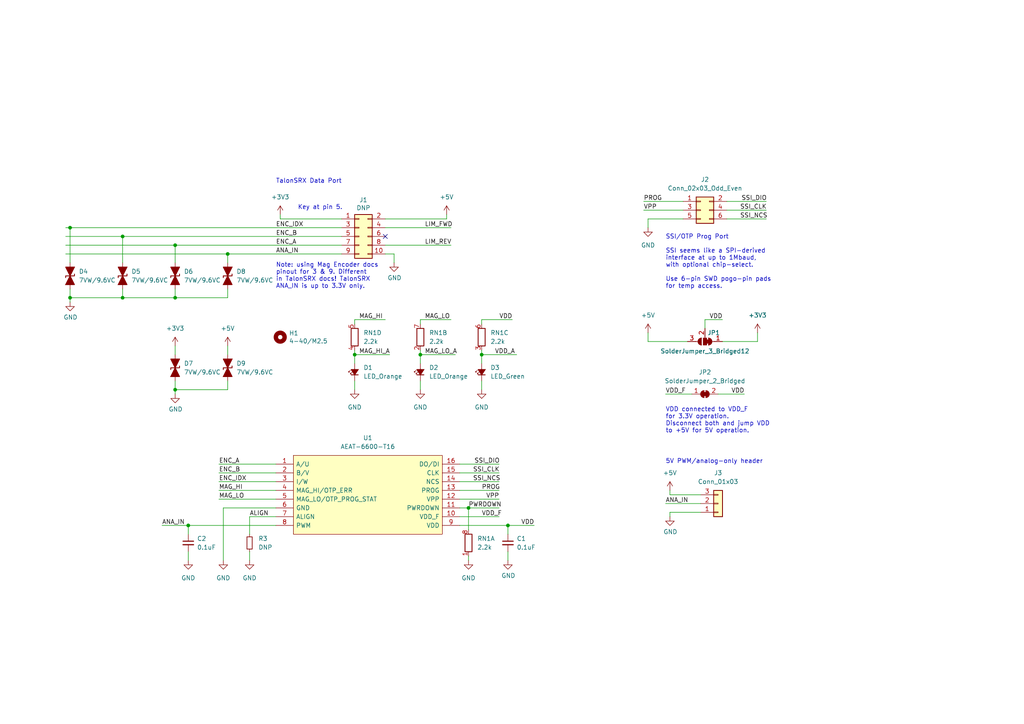
<source format=kicad_sch>
(kicad_sch (version 20211123) (generator eeschema)
  (paper "A4")
  (lib_symbols
    (symbol "Connector_Generic:Conn_01x03" (pin_names (offset 1.016) hide)
      (property "Reference" "J" (at 0 5.08 0))
      (property "Value" "Conn_01x03" (at 0 -5.08 0))
      (symbol "Conn_01x03_1_1"
        (rectangle (start -1.27 -2.413) (end 0 -2.667) (stroke (width 0.1524)))
        (rectangle (start -1.27 0.127) (end 0 -0.127) (stroke (width 0.1524)))
        (rectangle (start -1.27 2.667) (end 0 2.413) (stroke (width 0.1524)))
        (rectangle (start -1.27 3.81) (end 1.27 -3.81) (stroke (width 0.254)) (fill (type background)))
        (pin passive line (at -5.08 2.54 0) (length 3.81) (name "Pin_1") (number "1"))
        (pin passive line (at -5.08 0 0) (length 3.81) (name "Pin_2") (number "2"))
        (pin passive line (at -5.08 -2.54 0) (length 3.81) (name "Pin_3") (number "3"))
      )
    )
    (symbol "Connector_Generic:Conn_02x03_Odd_Even" (pin_names (offset 1.016) hide)
      (property "Reference" "J" (at 1.27 5.08 0))
      (property "Value" "Conn_02x03_Odd_Even" (at 1.27 -5.08 0))
      (symbol "Conn_02x03_Odd_Even_1_1"
        (rectangle (start -1.27 -2.413) (end 0 -2.667) (stroke (width 0.1524)))
        (rectangle (start -1.27 0.127) (end 0 -0.127) (stroke (width 0.1524)))
        (rectangle (start -1.27 2.667) (end 0 2.413) (stroke (width 0.1524)))
        (rectangle (start -1.27 3.81) (end 3.81 -3.81) (stroke (width 0.254)) (fill (type background)))
        (rectangle (start 3.81 -2.413) (end 2.54 -2.667) (stroke (width 0.1524)))
        (rectangle (start 3.81 0.127) (end 2.54 -0.127) (stroke (width 0.1524)))
        (rectangle (start 3.81 2.667) (end 2.54 2.413) (stroke (width 0.1524)))
        (pin passive line (at -5.08 2.54 0) (length 3.81) (name "Pin_1") (number "1"))
        (pin passive line (at 7.62 2.54 180) (length 3.81) (name "Pin_2") (number "2"))
        (pin passive line (at -5.08 0 0) (length 3.81) (name "Pin_3") (number "3"))
        (pin passive line (at 7.62 0 180) (length 3.81) (name "Pin_4") (number "4"))
        (pin passive line (at -5.08 -2.54 0) (length 3.81) (name "Pin_5") (number "5"))
        (pin passive line (at 7.62 -2.54 180) (length 3.81) (name "Pin_6") (number "6"))
      )
    )
    (symbol "Connector_Generic:Conn_02x05_Odd_Even" (pin_names (offset 1.016) hide)
      (property "Reference" "J" (at 1.27 7.62 0))
      (property "Value" "Conn_02x05_Odd_Even" (at 1.27 -7.62 0))
      (symbol "Conn_02x05_Odd_Even_1_1"
        (rectangle (start -1.27 -4.953) (end 0 -5.207) (stroke (width 0.1524)))
        (rectangle (start -1.27 -2.413) (end 0 -2.667) (stroke (width 0.1524)))
        (rectangle (start -1.27 0.127) (end 0 -0.127) (stroke (width 0.1524)))
        (rectangle (start -1.27 2.667) (end 0 2.413) (stroke (width 0.1524)))
        (rectangle (start -1.27 5.207) (end 0 4.953) (stroke (width 0.1524)))
        (rectangle (start -1.27 6.35) (end 3.81 -6.35) (stroke (width 0.254)) (fill (type background)))
        (rectangle (start 3.81 -4.953) (end 2.54 -5.207) (stroke (width 0.1524)))
        (rectangle (start 3.81 -2.413) (end 2.54 -2.667) (stroke (width 0.1524)))
        (rectangle (start 3.81 0.127) (end 2.54 -0.127) (stroke (width 0.1524)))
        (rectangle (start 3.81 2.667) (end 2.54 2.413) (stroke (width 0.1524)))
        (rectangle (start 3.81 5.207) (end 2.54 4.953) (stroke (width 0.1524)))
        (pin passive line (at -5.08 5.08 0) (length 3.81) (name "Pin_1") (number "1"))
        (pin passive line (at 7.62 -5.08 180) (length 3.81) (name "Pin_10") (number "10"))
        (pin passive line (at 7.62 5.08 180) (length 3.81) (name "Pin_2") (number "2"))
        (pin passive line (at -5.08 2.54 0) (length 3.81) (name "Pin_3") (number "3"))
        (pin passive line (at 7.62 2.54 180) (length 3.81) (name "Pin_4") (number "4"))
        (pin passive line (at -5.08 0 0) (length 3.81) (name "Pin_5") (number "5"))
        (pin passive line (at 7.62 0 180) (length 3.81) (name "Pin_6") (number "6"))
        (pin passive line (at -5.08 -2.54 0) (length 3.81) (name "Pin_7") (number "7"))
        (pin passive line (at 7.62 -2.54 180) (length 3.81) (name "Pin_8") (number "8"))
        (pin passive line (at -5.08 -5.08 0) (length 3.81) (name "Pin_9") (number "9"))
      )
    )
    (symbol "Device:C_Small" (pin_numbers hide) (pin_names (offset 0.254) hide)
      (property "Reference" "C" (at 0.254 1.778 0))
      (property "Value" "C_Small" (at 0.254 -2.032 0))
      (symbol "C_Small_0_1"
        (polyline (pts (xy -1.524 -0.508) (xy 1.524 -0.508)) (stroke (width 0.3302)))
        (polyline (pts (xy -1.524 0.508) (xy 1.524 0.508)) (stroke (width 0.3048)))
      )
      (symbol "C_Small_1_1"
        (pin passive line (at 0 2.54 270) (length 2.032) (name "~") (number "1"))
        (pin passive line (at 0 -2.54 90) (length 2.032) (name "~") (number "2"))
      )
    )
    (symbol "Device:D_TVS_Filled" (pin_numbers hide) (pin_names (offset 1.016) hide)
      (property "Reference" "D" (at 0 2.54 0))
      (property "Value" "D_TVS_Filled" (at 0 -2.54 0))
      (symbol "D_TVS_Filled_0_1"
        (polyline (pts (xy 1.27 0) (xy -1.27 0)))
        (polyline (pts (xy -2.54 -1.27) (xy 0 0) (xy -2.54 1.27) (xy -2.54 -1.27)) (stroke (width 0.254)) (fill (type outline)))
        (polyline (pts (xy 0.508 1.27) (xy 0 1.27) (xy 0 -1.27) (xy -0.508 -1.27)) (stroke (width 0.254)))
        (polyline (pts (xy 2.54 1.27) (xy 2.54 -1.27) (xy 0 0) (xy 2.54 1.27)) (stroke (width 0.254)) (fill (type outline)))
      )
      (symbol "D_TVS_Filled_1_1"
        (pin passive line (at -3.81 0 0) (length 2.54) (name "A1") (number "1"))
        (pin passive line (at 3.81 0 180) (length 2.54) (name "A2") (number "2"))
      )
    )
    (symbol "Device:LED_Small_Filled" (pin_numbers hide) (pin_names (offset 0.254) hide)
      (property "Reference" "D" (at -1.27 3.175 0))
      (property "Value" "LED_Small_Filled" (at -4.445 -2.54 0))
      (symbol "LED_Small_Filled_0_1"
        (polyline (pts (xy -0.762 -1.016) (xy -0.762 1.016)) (stroke (width 0.254)))
        (polyline (pts (xy 1.016 0) (xy -0.762 0)))
        (polyline (pts (xy 0.762 -1.016) (xy -0.762 0) (xy 0.762 1.016) (xy 0.762 -1.016)) (stroke (width 0.254)) (fill (type outline)))
        (polyline (pts (xy 0 0.762) (xy -0.508 1.27) (xy -0.254 1.27) (xy -0.508 1.27) (xy -0.508 1.016)))
        (polyline (pts (xy 0.508 1.27) (xy 0 1.778) (xy 0.254 1.778) (xy 0 1.778) (xy 0 1.524)))
      )
      (symbol "LED_Small_Filled_1_1"
        (pin passive line (at -2.54 0 0) (length 1.778) (name "K") (number "1"))
        (pin passive line (at 2.54 0 180) (length 1.778) (name "A") (number "2"))
      )
    )
    (symbol "Device:R_Small" (pin_numbers hide) (pin_names (offset 0.254) hide)
      (property "Reference" "R" (at 0.762 0.508 0))
      (property "Value" "R_Small" (at 0.762 -1.016 0))
      (symbol "R_Small_0_1"
        (rectangle (start -0.762 1.778) (end 0.762 -1.778) (stroke (width 0.2032)))
      )
      (symbol "R_Small_1_1"
        (pin passive line (at 0 2.54 270) (length 0.762) (name "~") (number "1"))
        (pin passive line (at 0 -2.54 90) (length 0.762) (name "~") (number "2"))
      )
    )
    (symbol "Jumper:SolderJumper_2_Bridged" (pin_names (offset 0) hide)
      (property "Reference" "JP" (at 0 2.032 0))
      (property "Value" "SolderJumper_2_Bridged" (at 0 -2.54 0))
      (symbol "SolderJumper_2_Bridged_0_1"
        (rectangle (start -0.508 0.508) (end 0.508 -0.508) (fill (type outline)))
        (arc (start -0.254 1.016) (mid -1.27 0) (end -0.254 -1.016))
        (arc (start -0.254 1.016) (mid -1.27 0) (end -0.254 -1.016) (fill (type outline)))
        (polyline (pts (xy -0.254 1.016) (xy -0.254 -1.016)))
        (polyline (pts (xy 0.254 1.016) (xy 0.254 -1.016)))
        (arc (start 0.254 -1.016) (mid 1.27 0) (end 0.254 1.016))
        (arc (start 0.254 -1.016) (mid 1.27 0) (end 0.254 1.016) (fill (type outline)))
      )
      (symbol "SolderJumper_2_Bridged_1_1"
        (pin passive line (at -3.81 0 0) (length 2.54) (name "A") (number "1"))
        (pin passive line (at 3.81 0 180) (length 2.54) (name "B") (number "2"))
      )
    )
    (symbol "Jumper:SolderJumper_3_Bridged12" (pin_names (offset 0) hide)
      (property "Reference" "JP" (at -2.54 -2.54 0))
      (property "Value" "SolderJumper_3_Bridged12" (at 0 2.794 0))
      (symbol "SolderJumper_3_Bridged12_0_1"
        (rectangle (start -1.016 0.508) (end -0.508 -0.508) (fill (type outline)))
        (arc (start -1.016 1.016) (mid -2.032 0) (end -1.016 -1.016))
        (arc (start -1.016 1.016) (mid -2.032 0) (end -1.016 -1.016) (fill (type outline)))
        (rectangle (start -0.508 1.016) (end 0.508 -1.016) (fill (type outline)))
        (polyline (pts (xy -2.54 0) (xy -2.032 0)))
        (polyline (pts (xy -1.016 1.016) (xy -1.016 -1.016)))
        (polyline (pts (xy 0 -1.27) (xy 0 -1.016)))
        (polyline (pts (xy 1.016 1.016) (xy 1.016 -1.016)))
        (polyline (pts (xy 2.54 0) (xy 2.032 0)))
        (arc (start 1.016 -1.016) (mid 2.032 0) (end 1.016 1.016))
        (arc (start 1.016 -1.016) (mid 2.032 0) (end 1.016 1.016) (fill (type outline)))
      )
      (symbol "SolderJumper_3_Bridged12_1_1"
        (pin passive line (at -5.08 0 0) (length 2.54) (name "A") (number "1"))
        (pin passive line (at 0 -3.81 90) (length 2.54) (name "C") (number "2"))
        (pin passive line (at 5.08 0 180) (length 2.54) (name "B") (number "3"))
      )
    )
    (symbol "Mechanical:MountingHole" (pin_names (offset 1.016))
      (property "Reference" "H" (at 0 5.08 0))
      (property "Value" "MountingHole" (at 0 3.175 0))
      (symbol "MountingHole_0_1"
        (circle (center 0 0) (radius 1.27) (stroke (width 1.27)))
      )
    )
    (symbol "frc-on-ftc-hw-special:AEAT-6600-T16" (pin_names (offset 0.762))
      (property "Reference" "IC" (at 49.53 7.62 0))
      (property "Value" "AEAT-6600-T16" (at 49.53 5.08 0))
      (symbol "AEAT-6600-T16_0_0"
        (pin passive line (at 0 0 0) (length 5.08) (name "A/U") (number "1"))
        (pin passive line (at 53.34 -15.24 180) (length 5.08) (name "VDD_F") (number "10"))
        (pin passive line (at 53.34 -12.7 180) (length 5.08) (name "PWRDOWN") (number "11"))
        (pin passive line (at 53.34 -10.16 180) (length 5.08) (name "VPP") (number "12"))
        (pin passive line (at 53.34 -7.62 180) (length 5.08) (name "PROG") (number "13"))
        (pin passive line (at 53.34 -5.08 180) (length 5.08) (name "NCS") (number "14"))
        (pin passive line (at 53.34 -2.54 180) (length 5.08) (name "CLK") (number "15"))
        (pin passive line (at 53.34 0 180) (length 5.08) (name "DO/DI") (number "16"))
        (pin passive line (at 0 -2.54 0) (length 5.08) (name "B/V") (number "2"))
        (pin passive line (at 0 -5.08 0) (length 5.08) (name "I/W") (number "3"))
        (pin passive line (at 0 -7.62 0) (length 5.08) (name "MAG_HI/OTP_ERR") (number "4"))
        (pin passive line (at 0 -10.16 0) (length 5.08) (name "MAG_LO/OTP_PROG_STAT") (number "5"))
        (pin passive line (at 0 -12.7 0) (length 5.08) (name "GND") (number "6"))
        (pin passive line (at 0 -15.24 0) (length 5.08) (name "ALIGN") (number "7"))
        (pin passive line (at 0 -17.78 0) (length 5.08) (name "PWM") (number "8"))
        (pin passive line (at 53.34 -17.78 180) (length 5.08) (name "VDD") (number "9"))
      )
      (symbol "AEAT-6600-T16_0_1"
        (polyline (pts (xy 5.08 2.54) (xy 48.26 2.54) (xy 48.26 -20.32) (xy 5.08 -20.32) (xy 5.08 2.54)) (stroke (width 0.1524)) (fill (type background)))
      )
    )
    (symbol "frc-on-ftc-hw-special:R_Pack04_SMD_Split" (pin_names (offset 0) hide)
      (property "Reference" "RN" (at 2.032 0 90))
      (property "Value" "R_Pack04_SMD_Split" (at 0 0 90))
      (symbol "R_Pack04_SMD_Split_0_1"
        (rectangle (start 1.016 2.54) (end -1.016 -2.54) (stroke (width 0.254)))
      )
      (symbol "R_Pack04_SMD_Split_1_1"
        (pin passive line (at 0 -3.81 90) (length 1.27) (name "R1.1") (number "1"))
        (pin passive line (at 0 3.81 270) (length 1.27) (name "R1.2") (number "8"))
      )
      (symbol "R_Pack04_SMD_Split_2_1"
        (pin passive line (at 0 -3.81 90) (length 1.27) (name "R1.1") (number "2"))
        (pin passive line (at 0 3.81 270) (length 1.27) (name "R1.2") (number "7"))
      )
      (symbol "R_Pack04_SMD_Split_3_1"
        (pin passive line (at 0 -3.81 90) (length 1.27) (name "R1.1") (number "3"))
        (pin passive line (at 0 3.81 270) (length 1.27) (name "R1.2") (number "6"))
      )
      (symbol "R_Pack04_SMD_Split_4_1"
        (pin passive line (at 0 -3.81 90) (length 1.27) (name "R1.1") (number "4"))
        (pin passive line (at 0 3.81 270) (length 1.27) (name "R1.2") (number "5"))
      )
    )
    (symbol "power:+3V3" (power) (pin_names (offset 0))
      (property "Value" "+3V3" (at 0 3.556 0))
      (symbol "+3V3_0_1"
        (polyline (pts (xy -0.762 1.27) (xy 0 2.54)))
        (polyline (pts (xy 0 0) (xy 0 2.54)))
        (polyline (pts (xy 0 2.54) (xy 0.762 1.27)))
      )
      (symbol "+3V3_1_1"
        (pin power_in line (at 0 0 90) (length 0) hide (name "+3V3") (number "1"))
      )
    )
    (symbol "power:+5V" (power) (pin_names (offset 0))
      (property "Value" "+5V" (at 0 3.556 0))
      (symbol "+5V_0_1"
        (polyline (pts (xy -0.762 1.27) (xy 0 2.54)))
        (polyline (pts (xy 0 0) (xy 0 2.54)))
        (polyline (pts (xy 0 2.54) (xy 0.762 1.27)))
      )
      (symbol "+5V_1_1"
        (pin power_in line (at 0 0 90) (length 0) hide (name "+5V") (number "1"))
      )
    )
    (symbol "power:GND" (power) (pin_names (offset 0))
      (property "Value" "GND" (at 0 -3.81 0))
      (symbol "GND_0_1"
        (polyline (pts (xy 0 0) (xy 0 -1.27) (xy 1.27 -1.27) (xy 0 -2.54) (xy -1.27 -1.27) (xy 0 -1.27)))
      )
      (symbol "GND_1_1"
        (pin power_in line (at 0 0 270) (length 0) hide (name "GND") (number "1"))
      )
    )
  )
  (junction (at 20.32 66.04))
  (junction (at 135.89 147.32))
  (junction (at 35.56 68.58))
  (junction (at 50.8 71.12))
  (junction (at 35.56 86.36))
  (junction (at 139.7 102.87))
  (junction (at 66.04 73.66))
  (junction (at 20.32 86.36))
  (junction (at 50.8 113.03))
  (junction (at 50.8 86.36))
  (junction (at 121.92 102.87))
  (junction (at 102.87 102.87))
  (junction (at 54.61 152.4))
  (junction (at 147.32 152.4))
  (no_connect (at 111.76 68.58))
  (wire (pts (xy 147.32 160.02) (xy 147.32 162.56)))
  (wire (pts (xy 66.04 113.03) (xy 66.04 110.49)))
  (wire (pts (xy 50.8 113.03) (xy 66.04 113.03)))
  (wire (pts (xy 139.7 105.41) (xy 139.7 102.87)))
  (wire (pts (xy 63.5 139.7) (xy 80.01 139.7)))
  (wire (pts (xy 102.87 110.49) (xy 102.87 113.03)))
  (wire (pts (xy 187.96 96.52) (xy 187.96 99.06)))
  (wire (pts (xy 72.39 149.86) (xy 80.01 149.86)))
  (wire (pts (xy 19.05 68.58) (xy 35.56 68.58)))
  (wire (pts (xy 194.31 148.59) (xy 203.2 148.59)))
  (wire (pts (xy 20.32 66.04) (xy 99.06 66.04)))
  (wire (pts (xy 64.77 162.56) (xy 64.77 147.32)))
  (wire (pts (xy 147.32 152.4) (xy 147.32 154.94)))
  (wire (pts (xy 46.99 152.4) (xy 54.61 152.4)))
  (wire (pts (xy 209.55 99.06) (xy 219.71 99.06)))
  (wire (pts (xy 139.7 110.49) (xy 139.7 113.03)))
  (wire (pts (xy 187.96 66.04) (xy 187.96 63.5)))
  (wire (pts (xy 194.31 142.24) (xy 194.31 143.51)))
  (wire (pts (xy 19.05 73.66) (xy 66.04 73.66)))
  (wire (pts (xy 111.76 71.12) (xy 130.81 71.12)))
  (wire (pts (xy 50.8 86.36) (xy 66.04 86.36)))
  (wire (pts (xy 133.35 149.86) (xy 144.78 149.86)))
  (wire (pts (xy 63.5 137.16) (xy 80.01 137.16)))
  (wire (pts (xy 121.92 92.71) (xy 130.81 92.71)))
  (wire (pts (xy 102.87 101.6) (xy 102.87 102.87)))
  (wire (pts (xy 35.56 68.58) (xy 99.06 68.58)))
  (wire (pts (xy 50.8 71.12) (xy 99.06 71.12)))
  (wire (pts (xy 204.47 92.71) (xy 209.55 92.71)))
  (wire (pts (xy 129.54 62.23) (xy 129.54 63.5)))
  (wire (pts (xy 66.04 73.66) (xy 66.04 76.2)))
  (wire (pts (xy 66.04 86.36) (xy 66.04 83.82)))
  (wire (pts (xy 20.32 66.04) (xy 20.32 76.2)))
  (wire (pts (xy 210.82 58.42) (xy 222.25 58.42)))
  (wire (pts (xy 102.87 105.41) (xy 102.87 102.87)))
  (wire (pts (xy 50.8 110.49) (xy 50.8 113.03)))
  (wire (pts (xy 133.35 137.16) (xy 144.78 137.16)))
  (wire (pts (xy 35.56 76.2) (xy 35.56 68.58)))
  (wire (pts (xy 121.92 105.41) (xy 121.92 102.87)))
  (wire (pts (xy 194.31 149.86) (xy 194.31 148.59)))
  (wire (pts (xy 99.06 63.5) (xy 81.28 63.5)))
  (wire (pts (xy 186.69 58.42) (xy 198.12 58.42)))
  (wire (pts (xy 102.87 102.87) (xy 113.03 102.87)))
  (wire (pts (xy 121.92 101.6) (xy 121.92 102.87)))
  (wire (pts (xy 133.35 134.62) (xy 144.78 134.62)))
  (wire (pts (xy 135.89 161.29) (xy 135.89 162.56)))
  (wire (pts (xy 215.9 114.3) (xy 208.28 114.3)))
  (wire (pts (xy 219.71 99.06) (xy 219.71 96.52)))
  (wire (pts (xy 139.7 92.71) (xy 148.59 92.71)))
  (wire (pts (xy 50.8 100.33) (xy 50.8 102.87)))
  (wire (pts (xy 147.32 152.4) (xy 154.94 152.4)))
  (wire (pts (xy 63.5 134.62) (xy 80.01 134.62)))
  (wire (pts (xy 194.31 143.51) (xy 203.2 143.51)))
  (wire (pts (xy 72.39 154.94) (xy 72.39 149.86)))
  (wire (pts (xy 121.92 102.87) (xy 132.08 102.87)))
  (wire (pts (xy 139.7 102.87) (xy 149.86 102.87)))
  (wire (pts (xy 63.5 144.78) (xy 80.01 144.78)))
  (wire (pts (xy 133.35 139.7) (xy 144.78 139.7)))
  (wire (pts (xy 54.61 160.02) (xy 54.61 162.56)))
  (wire (pts (xy 81.28 62.23) (xy 81.28 63.5)))
  (wire (pts (xy 50.8 76.2) (xy 50.8 71.12)))
  (wire (pts (xy 135.89 153.67) (xy 135.89 147.32)))
  (wire (pts (xy 210.82 63.5) (xy 222.25 63.5)))
  (wire (pts (xy 139.7 92.71) (xy 139.7 93.98)))
  (wire (pts (xy 35.56 86.36) (xy 50.8 86.36)))
  (wire (pts (xy 187.96 63.5) (xy 198.12 63.5)))
  (wire (pts (xy 19.05 66.04) (xy 20.32 66.04)))
  (wire (pts (xy 50.8 113.03) (xy 50.8 114.3)))
  (wire (pts (xy 139.7 101.6) (xy 139.7 102.87)))
  (wire (pts (xy 66.04 100.33) (xy 66.04 102.87)))
  (wire (pts (xy 63.5 142.24) (xy 80.01 142.24)))
  (wire (pts (xy 35.56 86.36) (xy 35.56 83.82)))
  (wire (pts (xy 102.87 92.71) (xy 111.76 92.71)))
  (wire (pts (xy 102.87 92.71) (xy 102.87 93.98)))
  (wire (pts (xy 50.8 86.36) (xy 50.8 83.82)))
  (wire (pts (xy 114.3 76.2) (xy 114.3 73.66)))
  (wire (pts (xy 64.77 147.32) (xy 80.01 147.32)))
  (wire (pts (xy 111.76 66.04) (xy 130.81 66.04)))
  (wire (pts (xy 72.39 160.02) (xy 72.39 162.56)))
  (wire (pts (xy 20.32 86.36) (xy 20.32 87.63)))
  (wire (pts (xy 121.92 110.49) (xy 121.92 113.03)))
  (wire (pts (xy 20.32 86.36) (xy 35.56 86.36)))
  (wire (pts (xy 111.76 73.66) (xy 114.3 73.66)))
  (wire (pts (xy 135.89 147.32) (xy 144.78 147.32)))
  (wire (pts (xy 186.69 60.96) (xy 198.12 60.96)))
  (wire (pts (xy 19.05 71.12) (xy 50.8 71.12)))
  (wire (pts (xy 187.96 99.06) (xy 199.39 99.06)))
  (wire (pts (xy 111.76 63.5) (xy 129.54 63.5)))
  (wire (pts (xy 193.04 146.05) (xy 203.2 146.05)))
  (wire (pts (xy 133.35 142.24) (xy 144.78 142.24)))
  (wire (pts (xy 133.35 144.78) (xy 144.78 144.78)))
  (wire (pts (xy 133.35 152.4) (xy 147.32 152.4)))
  (wire (pts (xy 20.32 83.82) (xy 20.32 86.36)))
  (wire (pts (xy 54.61 152.4) (xy 80.01 152.4)))
  (wire (pts (xy 121.92 92.71) (xy 121.92 93.98)))
  (wire (pts (xy 66.04 73.66) (xy 99.06 73.66)))
  (wire (pts (xy 133.35 147.32) (xy 135.89 147.32)))
  (wire (pts (xy 193.04 114.3) (xy 200.66 114.3)))
  (wire (pts (xy 54.61 152.4) (xy 54.61 154.94)))
  (wire (pts (xy 204.47 95.25) (xy 204.47 92.71)))
  (wire (pts (xy 210.82 60.96) (xy 222.25 60.96)))
  (text "5V PWM/analog-only header" (at 193.04 134.62 0) (effects (font (size 1.27 1.27)) (justify left bottom)))
  (text "SSI/OTP Prog Port\n\nSSI seems like a SPI-derived\ninterface at up to 1Mbaud,\nwith optional chip-select.\n\nUse 6-pin SWD pogo-pin pads\nfor temp access." (at 193.04 83.82 0) (effects (font (size 1.27 1.27)) (justify left bottom)))
  (text "Key at pin 5." (at 86.36 60.96 0) (effects (font (size 1.27 1.27)) (justify left bottom)))
  (text "TalonSRX Data Port" (at 80.01 53.34 0) (effects (font (size 1.27 1.27)) (justify left bottom)))
  (text "VDD connected to VDD_F\nfor 3.3V operation.\nDisconnect both and jump VDD\nto +5V for 5V operation." (at 193.04 125.73 0) (effects (font (size 1.27 1.27)) (justify left bottom)))
  (text "Note: using Mag Encoder docs\npinout for 3 & 9. Different\nin TalonSRX docs! TalonSRX\nANA_IN is up to 3.3V only." (at 80.01 83.82 0) (effects (font (size 1.27 1.27)) (justify left bottom)))
  (label "MAG_HI" (at 104.14 92.71 0))
  (label "ENC_A" (at 63.5 134.62 0))
  (label "VDD" (at 212.09 114.3 0))
  (label "VDD" (at 144.78 92.71 0))
  (label "PWRDOWN" (at 135.89 147.32 0))
  (label "PROG" (at 186.69 58.42 0))
  (label "ENC_B" (at 63.5 137.16 0))
  (label "SSI_CLK" (at 137.16 137.16 0))
  (label "SSI_DIO" (at 215.0247 58.42 0))
  (label "ENC_IDX" (at 80.01 66.04 0))
  (label "LIM_FWD" (at 123.19 66.04 0))
  (label "VDD" (at 151.13 152.4 0))
  (label "VDD_A" (at 143.51 102.87 0))
  (label "MAG_LO" (at 123.19 92.71 0))
  (label "ANA_IN" (at 46.99 152.4 0))
  (label "SSI_NCS" (at 214.63 63.5 0))
  (label "ENC_A" (at 80.01 71.12 0))
  (label "MAG_LO_A" (at 123.19 102.87 0))
  (label "ENC_B" (at 80.01 68.58 0))
  (label "SSI_DIO" (at 137.5547 134.62 0))
  (label "VDD_F" (at 193.04 114.3 0))
  (label "VPP" (at 186.69 60.96 0))
  (label "VDD_F" (at 139.7 149.86 0))
  (label "MAG_LO" (at 63.5 144.78 0))
  (label "MAG_HI" (at 63.5 142.24 0))
  (label "ALIGN" (at 72.39 149.86 0))
  (label "SSI_CLK" (at 214.63 60.96 0))
  (label "ENC_IDX" (at 63.5 139.7 0))
  (label "ANA_IN" (at 193.04 146.05 0))
  (label "ANA_IN" (at 80.01 73.66 0))
  (label "VPP" (at 140.97 144.78 0))
  (label "SSI_NCS" (at 137.16 139.7 0))
  (label "MAG_HI_A" (at 104.14 102.87 0))
  (label "VDD" (at 205.74 92.71 0))
  (label "LIM_REV" (at 123.19 71.12 0))
  (label "PROG" (at 139.7 142.24 0))
  (symbol (lib_id "Connector_Generic:Conn_02x05_Odd_Even") (at 104.14 68.58 0) (unit 1)
    (property "Reference" "J1" (at 105.41 57.9882 0))
    (property "Value" "DNP" (at 105.41 60.2996 0))
    (property "Footprint" "Connector_PinHeader_1.27mm:PinHeader_2x05_P1.27mm_Vertical" (effects hide))
    (property "Mfg" "CNC Tech" (effects hide))
    (property "Mfg PN" "3221-10-0100-00" (effects hide))
  )
  (symbol (lib_id "power:GND") (at 114.3 76.2 0) (unit 1)
    (property "Reference" "#PWR0101" (effects hide))
    (property "Value" "GND" (at 114.427 80.5942 0))
  )
  (symbol (lib_id "Mechanical:MountingHole") (at 81.28 97.79 0) (unit 1)
    (property "Reference" "H1" (at 83.82 96.6216 0) (effects (justify left)))
    (property "Value" "4-40/M2.5" (at 83.82 98.933 0) (effects (justify left)))
    (property "Footprint" "MountingHole:MountingHole_2.7mm_M2.5" (effects hide))
  )
  (symbol (lib_id "Device:LED_Small_Filled") (at 102.87 107.95 90) (unit 1)
    (property "Reference" "D1" (at 105.41 106.6164 90) (effects (justify right)))
    (property "Value" "LED_Orange" (at 105.41 109.1564 90) (effects (justify right)))
    (property "Footprint" "frc-on-ftc-hw-special:LED_0603_1608Metric_FromBehind" (effects hide))
  )
  (symbol (lib_id "power:+5V") (at 187.96 96.52 0) (unit 1)
    (property "Reference" "#PWR011" (effects hide))
    (property "Value" "+5V" (at 187.96 91.44 0))
  )
  (symbol (lib_id "power:GND") (at 102.87 113.03 0) (unit 1)
    (property "Reference" "#PWR04" (effects hide))
    (property "Value" "GND" (at 102.87 118.11 0))
  )
  (symbol (lib_id "Device:R_Small") (at 72.39 157.48 0) (unit 1)
    (property "Reference" "R3" (at 74.93 156.2099 0) (effects (justify left)))
    (property "Value" "DNP" (at 74.93 158.7499 0) (effects (justify left)))
    (property "Footprint" "Resistor_SMD:R_0805_2012Metric" (effects hide))
  )
  (symbol (lib_id "power:+3V3") (at 219.71 96.52 0) (unit 1)
    (property "Reference" "#PWR014" (effects hide))
    (property "Value" "+3V3" (at 219.71 91.44 0))
  )
  (symbol (lib_id "power:+3V3") (at 50.8 100.33 0) (unit 1)
    (property "Reference" "#PWR0104" (effects hide))
    (property "Value" "+3V3" (at 50.8 95.25 0))
  )
  (symbol (lib_id "Device:LED_Small_Filled") (at 139.7 107.95 90) (unit 1)
    (property "Reference" "D3" (at 142.24 106.6164 90) (effects (justify right)))
    (property "Value" "LED_Green" (at 142.24 109.1564 90) (effects (justify right)))
    (property "Footprint" "frc-on-ftc-hw-special:LED_0603_1608Metric_FromBehind" (effects hide))
  )
  (symbol (lib_id "power:GND") (at 72.39 162.56 0) (unit 1)
    (property "Reference" "#PWR02" (effects hide))
    (property "Value" "GND" (at 72.39 167.64 0))
  )
  (symbol (lib_id "power:GND") (at 54.61 162.56 0) (unit 1)
    (property "Reference" "#PWR0102" (effects hide))
    (property "Value" "GND" (at 54.61 167.64 0))
  )
  (symbol (lib_id "Device:D_TVS_Filled") (at 66.04 80.01 90) (mirror x) (unit 1)
    (property "Reference" "D8" (at 68.58 78.7399 90) (effects (justify right)))
    (property "Value" "7VW/9.6VC" (at 68.58 81.2799 90) (effects (justify right)))
    (property "Footprint" "Diode_SMD:D_0402_1005Metric_Pad0.77x0.64mm_HandSolder" (effects hide))
    (property "Mfg" "Nexperia" (effects hide))
    (property "Mfg PN" "PESD7V0L1BSLAZ" (effects hide))
    (property "Mfg 2" "Littelfuse" (effects hide))
    (property "Mfg 2 PN" "SP0402B-ELC-01ETG" (effects hide))
  )
  (symbol (lib_id "power:GND") (at 187.96 66.04 0) (unit 1)
    (property "Reference" "#PWR010" (effects hide))
    (property "Value" "GND" (at 187.96 71.12 0))
  )
  (symbol (lib_id "power:+5V") (at 66.04 100.33 0) (unit 1)
    (property "Reference" "#PWR0105" (effects hide))
    (property "Value" "+5V" (at 66.04 95.25 0))
  )
  (symbol (lib_id "frc-on-ftc-hw-special:R_Pack04_SMD_Split") (at 135.89 157.48 0) (unit 1)
    (property "Reference" "RN1" (at 138.43 156.2099 0) (effects (justify left)))
    (property "Value" "2.2k" (at 138.43 158.7499 0) (effects (justify left)))
    (property "Footprint" "Resistor_SMD:R_Array_Convex_4x0603" (effects hide))
    (property "Datasheet" "http://www.vishay.com/docs/31509/csc.pdf" (effects hide))
    (property "Mfg" "Yageo" (effects hide))
    (property "Mfg PN" "YC164-JR-072K2L" (effects hide))
  )
  (symbol (lib_id "power:GND") (at 20.32 87.63 0) (unit 1)
    (property "Reference" "#PWR0103" (effects hide))
    (property "Value" "GND" (at 20.447 92.0242 0))
  )
  (symbol (lib_id "power:+3V3") (at 81.28 62.23 0) (unit 1)
    (property "Reference" "#PWR03" (effects hide))
    (property "Value" "+3V3" (at 81.28 57.15 0))
  )
  (symbol (lib_id "frc-on-ftc-hw-special:R_Pack04_SMD_Split") (at 139.7 97.79 0) (unit 3)
    (property "Reference" "RN1" (at 142.24 96.5199 0) (effects (justify left)))
    (property "Value" "2.2k" (at 142.24 99.0599 0) (effects (justify left)))
    (property "Footprint" "Resistor_SMD:R_Array_Convex_4x0603" (effects hide))
    (property "Datasheet" "http://www.vishay.com/docs/31509/csc.pdf" (effects hide))
    (property "Mfg" "Yageo" (effects hide))
    (property "Mfg PN" "YC164-JR-072K2L" (effects hide))
  )
  (symbol (lib_id "power:GND") (at 194.31 149.86 0) (unit 1)
    (property "Reference" "#PWR013" (effects hide))
    (property "Value" "GND" (at 194.437 154.2542 0))
  )
  (symbol (lib_id "Device:D_TVS_Filled") (at 50.8 106.68 90) (mirror x) (unit 1)
    (property "Reference" "D7" (at 53.34 105.4099 90) (effects (justify right)))
    (property "Value" "7VW/9.6VC" (at 53.34 107.9499 90) (effects (justify right)))
    (property "Footprint" "Diode_SMD:D_0402_1005Metric_Pad0.77x0.64mm_HandSolder" (effects hide))
    (property "Mfg" "Nexperia" (effects hide))
    (property "Mfg PN" "PESD7V0L1BSLAZ" (effects hide))
    (property "Mfg 2" "Littelfuse" (effects hide))
    (property "Mfg 2 PN" "SP0402B-ELC-01ETG" (effects hide))
  )
  (symbol (lib_id "power:+5V") (at 194.31 142.24 0) (unit 1)
    (property "Reference" "#PWR012" (effects hide))
    (property "Value" "+5V" (at 194.31 137.16 0))
  )
  (symbol (lib_id "Connector_Generic:Conn_02x03_Odd_Even") (at 203.2 60.96 0) (unit 1)
    (property "Reference" "J2" (at 204.47 52.07 0))
    (property "Value" "Conn_02x03_Odd_Even" (at 204.47 54.61 0))
    (property "Footprint" "frc-on-ftc-hw-special:TC2030-NL_SMALL" (effects hide))
  )
  (symbol (lib_id "Jumper:SolderJumper_2_Bridged") (at 204.47 114.3 0) (unit 1)
    (property "Reference" "JP2" (at 204.47 107.95 0))
    (property "Value" "SolderJumper_2_Bridged" (at 204.47 110.49 0))
    (property "Footprint" "Jumper:SolderJumper-2_P1.3mm_Bridged_RoundedPad1.0x1.5mm" (effects hide))
  )
  (symbol (lib_id "Connector_Generic:Conn_01x03") (at 208.28 146.05 0) (mirror x) (unit 1)
    (property "Reference" "J3" (at 208.28 137.16 0))
    (property "Value" "Conn_01x03" (at 208.28 139.7 0))
    (property "Footprint" "Connector_PinHeader_2.54mm:PinHeader_1x03_P2.54mm_Vertical" (effects hide))
  )
  (symbol (lib_id "power:+5V") (at 129.54 62.23 0) (unit 1)
    (property "Reference" "#PWR06" (effects hide))
    (property "Value" "+5V" (at 129.54 57.15 0))
  )
  (symbol (lib_id "Device:D_TVS_Filled") (at 20.32 80.01 90) (mirror x) (unit 1)
    (property "Reference" "D4" (at 22.86 78.7399 90) (effects (justify right)))
    (property "Value" "7VW/9.6VC" (at 22.86 81.2799 90) (effects (justify right)))
    (property "Footprint" "Diode_SMD:D_0402_1005Metric_Pad0.77x0.64mm_HandSolder" (effects hide))
    (property "Mfg" "Nexperia" (effects hide))
    (property "Mfg PN" "PESD7V0L1BSLAZ" (effects hide))
    (property "Mfg 2" "Littelfuse" (effects hide))
    (property "Mfg 2 PN" "SP0402B-ELC-01ETG" (effects hide))
  )
  (symbol (lib_id "Device:C_Small") (at 147.32 157.48 0) (unit 1)
    (property "Reference" "C1" (at 149.86 156.2162 0) (effects (justify left)))
    (property "Value" "0.1uF" (at 149.86 158.7562 0) (effects (justify left)))
    (property "Footprint" "Capacitor_SMD:C_0805_2012Metric" (effects hide))
  )
  (symbol (lib_id "power:GND") (at 50.8 114.3 0) (unit 1)
    (property "Reference" "#PWR0106" (effects hide))
    (property "Value" "GND" (at 50.927 118.6942 0))
  )
  (symbol (lib_id "frc-on-ftc-hw-special:R_Pack04_SMD_Split") (at 121.92 97.79 0) (unit 2)
    (property "Reference" "RN1" (at 124.46 96.5199 0) (effects (justify left)))
    (property "Value" "2.2k" (at 124.46 99.0599 0) (effects (justify left)))
    (property "Footprint" "Resistor_SMD:R_Array_Convex_4x0603" (effects hide))
    (property "Datasheet" "http://www.vishay.com/docs/31509/csc.pdf" (effects hide))
    (property "Mfg" "Yageo" (effects hide))
    (property "Mfg PN" "YC164-JR-072K2L" (effects hide))
  )
  (symbol (lib_id "frc-on-ftc-hw-special:AEAT-6600-T16") (at 80.01 134.62 0) (unit 1)
    (property "Reference" "U1" (at 106.68 127 0))
    (property "Value" "AEAT-6600-T16" (at 106.68 129.54 0))
    (property "Footprint" "frc-on-ftc-hw-special:AEAT-6600-T16-SOP65P640X120-16N" (effects hide))
    (property "Datasheet" "https://docs.broadcom.com/docs/AV02-2792EN" (effects hide))
    (property "Description" "Board Mount Hall Effect / Magnetic Sensors Magnetic Encoder 16 Bit Programmable" (effects hide))
    (property "Height" "1.2" (effects hide))
    (property "Mfg" "Avago Technologies" (effects hide))
    (property "Mfg PN" "AEAT-6600-T16" (effects hide))
    (property "Mouser Part Number" "630-AEAT-6600-T16" (effects hide))
    (property "Mouser Price/Stock" "https://www.mouser.co.uk/ProductDetail/Broadcom-Avago/AEAT-6600-T16?qs=8n%2FQlCIuKOdOdhSdcPVfJA%3D%3D" (effects hide))
  )
  (symbol (lib_id "power:GND") (at 139.7 113.03 0) (unit 1)
    (property "Reference" "#PWR08" (effects hide))
    (property "Value" "GND" (at 139.7 118.11 0))
  )
  (symbol (lib_id "Device:D_TVS_Filled") (at 66.04 106.68 90) (mirror x) (unit 1)
    (property "Reference" "D9" (at 68.58 105.4099 90) (effects (justify right)))
    (property "Value" "7VW/9.6VC" (at 68.58 107.9499 90) (effects (justify right)))
    (property "Footprint" "Diode_SMD:D_0402_1005Metric_Pad0.77x0.64mm_HandSolder" (effects hide))
    (property "Mfg" "Nexperia" (effects hide))
    (property "Mfg PN" "PESD7V0L1BSLAZ" (effects hide))
    (property "Mfg 2" "Littelfuse" (effects hide))
    (property "Mfg 2 PN" "SP0402B-ELC-01ETG" (effects hide))
  )
  (symbol (lib_id "Device:LED_Small_Filled") (at 121.92 107.95 90) (unit 1)
    (property "Reference" "D2" (at 124.46 106.6164 90) (effects (justify right)))
    (property "Value" "LED_Orange" (at 124.46 109.1564 90) (effects (justify right)))
    (property "Footprint" "frc-on-ftc-hw-special:LED_0603_1608Metric_FromBehind" (effects hide))
  )
  (symbol (lib_id "Device:D_TVS_Filled") (at 35.56 80.01 90) (mirror x) (unit 1)
    (property "Reference" "D5" (at 38.1 78.74 90) (effects (justify right)))
    (property "Value" "7VW/9.6VC" (at 38.1 81.28 90) (effects (justify right)))
    (property "Footprint" "Diode_SMD:D_0402_1005Metric_Pad0.77x0.64mm_HandSolder" (effects hide))
    (property "Mfg" "Nexperia" (effects hide))
    (property "Mfg PN" "PESD7V0L1BSLAZ" (effects hide))
    (property "Mfg 2" "Littelfuse" (effects hide))
    (property "Mfg 2 PN" "SP0402B-ELC-01ETG" (effects hide))
  )
  (symbol (lib_id "power:GND") (at 135.89 162.56 0) (unit 1)
    (property "Reference" "#PWR07" (effects hide))
    (property "Value" "GND" (at 135.89 167.64 0))
  )
  (symbol (lib_id "frc-on-ftc-hw-special:R_Pack04_SMD_Split") (at 102.87 97.79 0) (unit 4)
    (property "Reference" "RN1" (at 105.41 96.5199 0) (effects (justify left)))
    (property "Value" "2.2k" (at 105.41 99.0599 0) (effects (justify left)))
    (property "Footprint" "Resistor_SMD:R_Array_Convex_4x0603" (effects hide))
    (property "Datasheet" "http://www.vishay.com/docs/31509/csc.pdf" (effects hide))
    (property "Mfg" "Yageo" (effects hide))
    (property "Mfg PN" "YC164-JR-072K2L" (effects hide))
  )
  (symbol (lib_id "Device:D_TVS_Filled") (at 50.8 80.01 90) (mirror x) (unit 1)
    (property "Reference" "D6" (at 53.34 78.7399 90) (effects (justify right)))
    (property "Value" "7VW/9.6VC" (at 53.34 81.2799 90) (effects (justify right)))
    (property "Footprint" "Diode_SMD:D_0402_1005Metric_Pad0.77x0.64mm_HandSolder" (effects hide))
    (property "Mfg" "Nexperia" (effects hide))
    (property "Mfg PN" "PESD7V0L1BSLAZ" (effects hide))
    (property "Mfg 2" "Littelfuse" (effects hide))
    (property "Mfg 2 PN" "SP0402B-ELC-01ETG" (effects hide))
  )
  (symbol (lib_id "Jumper:SolderJumper_3_Bridged12") (at 204.47 99.06 180) (unit 1)
    (property "Reference" "JP1" (at 207.01 96.52 0))
    (property "Value" "SolderJumper_3_Bridged12" (at 204.47 101.854 0))
    (property "Footprint" "Jumper:SolderJumper-3_P1.3mm_Bridged12_RoundedPad1.0x1.5mm" (effects hide))
  )
  (symbol (lib_id "power:GND") (at 147.32 162.56 0) (unit 1)
    (property "Reference" "#PWR09" (effects hide))
    (property "Value" "GND" (at 147.447 166.9542 0))
  )
  (symbol (lib_id "power:GND") (at 64.77 162.56 0) (unit 1)
    (property "Reference" "#PWR01" (effects hide))
    (property "Value" "GND" (at 64.77 167.64 0))
  )
  (symbol (lib_id "Device:C_Small") (at 54.61 157.48 0) (unit 1)
    (property "Reference" "C2" (at 57.15 156.2162 0) (effects (justify left)))
    (property "Value" "0.1uF" (at 57.15 158.7562 0) (effects (justify left)))
    (property "Footprint" "Capacitor_SMD:C_0805_2012Metric" (effects hide))
  )
  (symbol (lib_id "power:GND") (at 121.92 113.03 0) (unit 1)
    (property "Reference" "#PWR05" (effects hide))
    (property "Value" "GND" (at 121.92 118.11 0))
  )
)
</source>
